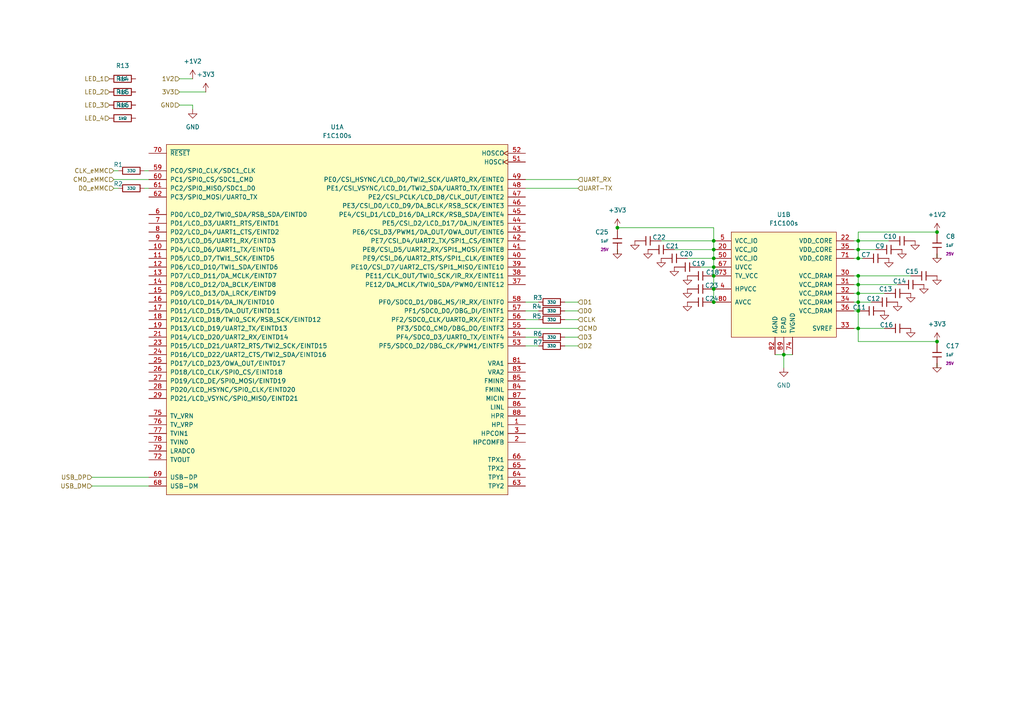
<source format=kicad_sch>
(kicad_sch (version 20250114) (generator "eeschema") (generator_version "9.0")
  (paper "A4")
  (junction (at 179.07 66.04))
  (junction (at 248.92 69.85))
  (junction (at 248.92 80.01))
  (junction (at 248.92 95.25))
  (junction (at 207.01 72.39))
  (junction (at 271.78 99.06))
  (junction (at 248.92 90.17))
  (junction (at 248.92 72.39))
  (junction (at 207.01 69.85))
  (junction (at 207.01 77.47))
  (junction (at 207.01 83.82))
  (junction (at 248.92 82.55))
  (junction (at 207.01 74.93))
  (junction (at 227.33 102.87))
  (junction (at 207.01 87.63))
  (junction (at 248.92 87.63))
  (junction (at 271.78 67.31))
  (junction (at 207.01 80.01))
  (junction (at 248.92 85.09))
  (junction (at 248.92 74.93))
  (wire (pts (xy 163.83 87.63) (xy 167.64 87.63)))
  (wire (pts (xy 163.83 97.79) (xy 167.64 97.79)))
  (wire (pts (xy 248.92 80.01) (xy 248.92 82.55)))
  (wire (pts (xy 26.67 138.43) (xy 43.18 138.43)))
  (wire (pts (xy 33.02 52.07) (xy 43.18 52.07)))
  (wire (pts (xy 152.4 100.33) (xy 156.21 100.33)))
  (wire (pts (xy 247.65 74.93) (xy 248.92 74.93)))
  (wire (pts (xy 247.65 82.55) (xy 248.92 82.55)))
  (wire (pts (xy 271.78 67.31) (xy 248.92 67.31)))
  (wire (pts (xy 41.91 49.53) (xy 43.18 49.53)))
  (wire (pts (xy 247.65 95.25) (xy 248.92 95.25)))
  (wire (pts (xy 41.91 54.61) (xy 43.18 54.61)))
  (wire (pts (xy 248.92 72.39) (xy 254 72.39)))
  (wire (pts (xy 207.01 66.04) (xy 207.01 69.85)))
  (wire (pts (xy 207.01 77.47) (xy 207.01 80.01)))
  (wire (pts (xy 152.4 97.79) (xy 156.21 97.79)))
  (wire (pts (xy 247.65 72.39) (xy 248.92 72.39)))
  (wire (pts (xy 248.92 85.09) (xy 248.92 87.63)))
  (wire (pts (xy 247.65 80.01) (xy 248.92 80.01)))
  (wire (pts (xy 248.92 67.31) (xy 248.92 69.85)))
  (wire (pts (xy 248.92 87.63) (xy 248.92 90.17)))
  (wire (pts (xy 207.01 83.82) (xy 207.01 87.63)))
  (wire (pts (xy 179.07 66.04) (xy 207.01 66.04)))
  (wire (pts (xy 33.02 54.61) (xy 34.29 54.61)))
  (wire (pts (xy 247.65 87.63) (xy 248.92 87.63)))
  (wire (pts (xy 271.78 73.66) (xy 271.78 74.93)))
  (wire (pts (xy 248.92 90.17) (xy 248.92 95.25)))
  (wire (pts (xy 248.92 82.55) (xy 260.35 82.55)))
  (wire (pts (xy 207.01 69.85) (xy 207.01 72.39)))
  (wire (pts (xy 152.4 95.25) (xy 167.64 95.25)))
  (wire (pts (xy 271.78 99.06) (xy 248.92 99.06)))
  (wire (pts (xy 248.92 69.85) (xy 248.92 72.39)))
  (wire (pts (xy 195.58 72.39) (xy 207.01 72.39)))
  (wire (pts (xy 163.83 90.17) (xy 167.64 90.17)))
  (wire (pts (xy 52.07 22.86) (xy 55.88 22.86)))
  (wire (pts (xy 248.92 85.09) (xy 256.54 85.09)))
  (wire (pts (xy 33.02 49.53) (xy 34.29 49.53)))
  (wire (pts (xy 26.67 140.97) (xy 43.18 140.97)))
  (wire (pts (xy 224.79 102.87) (xy 227.33 102.87)))
  (wire (pts (xy 55.88 31.75) (xy 55.88 30.48)))
  (wire (pts (xy 247.65 85.09) (xy 248.92 85.09)))
  (wire (pts (xy 248.92 72.39) (xy 248.92 74.93)))
  (wire (pts (xy 152.4 54.61) (xy 167.64 54.61)))
  (wire (pts (xy 247.65 69.85) (xy 248.92 69.85)))
  (wire (pts (xy 271.78 105.41) (xy 271.78 106.68)))
  (wire (pts (xy 163.83 100.33) (xy 167.64 100.33)))
  (wire (pts (xy 152.4 52.07) (xy 167.64 52.07)))
  (wire (pts (xy 248.92 69.85) (xy 257.81 69.85)))
  (wire (pts (xy 191.77 69.85) (xy 207.01 69.85)))
  (wire (pts (xy 248.92 95.25) (xy 248.92 99.06)))
  (wire (pts (xy 163.83 92.71) (xy 167.64 92.71)))
  (wire (pts (xy 52.07 26.67) (xy 59.69 26.67)))
  (wire (pts (xy 207.01 80.01) (xy 207.01 83.82)))
  (wire (pts (xy 179.07 72.39) (xy 179.07 73.66)))
  (wire (pts (xy 248.92 80.01) (xy 264.16 80.01)))
  (wire (pts (xy 199.39 74.93) (xy 207.01 74.93)))
  (wire (pts (xy 55.88 30.48) (xy 52.07 30.48)))
  (wire (pts (xy 203.2 77.47) (xy 207.01 77.47)))
  (wire (pts (xy 248.92 87.63) (xy 252.73 87.63)))
  (wire (pts (xy 227.33 102.87) (xy 229.87 102.87)))
  (wire (pts (xy 247.65 90.17) (xy 248.92 90.17)))
  (wire (pts (xy 248.92 74.93) (xy 250.19 74.93)))
  (wire (pts (xy 152.4 87.63) (xy 156.21 87.63)))
  (wire (pts (xy 248.92 82.55) (xy 248.92 85.09)))
  (wire (pts (xy 227.33 102.87) (xy 227.33 106.68)))
  (wire (pts (xy 207.01 72.39) (xy 207.01 74.93)))
  (wire (pts (xy 152.4 92.71) (xy 156.21 92.71)))
  (wire (pts (xy 248.92 95.25) (xy 256.54 95.25)))
  (wire (pts (xy 207.01 74.93) (xy 207.01 77.47)))
  (wire (pts (xy 152.4 90.17) (xy 156.21 90.17)))
  (hierarchical_label "3V3" (shape input) (at 52.07 26.67 180))
  (hierarchical_label "D0_eMMC" (shape input) (at 33.02 54.61 180))
  (hierarchical_label "GND" (shape input) (at 52.07 30.48 180))
  (hierarchical_label "D3" (shape input) (at 167.64 97.79 0))
  (hierarchical_label "CLK_eMMC" (shape input) (at 33.02 49.53 180))
  (hierarchical_label "CMD" (shape input) (at 167.64 95.25 0))
  (hierarchical_label "CMD_eMMC" (shape input) (at 33.02 52.07 180))
  (hierarchical_label "UART-TX" (shape input) (at 167.64 54.61 0))
  (hierarchical_label "UART_RX" (shape input) (at 167.64 52.07 0))
  (hierarchical_label "CLK" (shape input) (at 167.64 92.71 0))
  (hierarchical_label "LED_1" (shape input) (at 31.75 22.86 180))
  (hierarchical_label "1V2" (shape input) (at 52.07 22.86 180))
  (hierarchical_label "D1" (shape input) (at 167.64 87.63 0))
  (hierarchical_label "D0" (shape input) (at 167.64 90.17 0))
  (hierarchical_label "LED_3" (shape input) (at 31.75 30.48 180))
  (hierarchical_label "LED_2" (shape input) (at 31.75 26.67 180))
  (hierarchical_label "USB_DM" (shape input) (at 26.67 140.97 180))
  (hierarchical_label "LED_4" (shape input) (at 31.75 34.29 180))
  (hierarchical_label "D2" (shape input) (at 167.64 100.33 0))
  (hierarchical_label "USB_DP" (shape input) (at 26.67 138.43 180))
  (symbol (lib_id "power:GND") (at 265.43 69.85 0) (unit 1)
    (property "Reference" "#PWR027" (effects (hide yes)))
    (property "Value" "GND" (effects (hide yes)))
    (property "Description" "Power symbol creates a global label with name \"GND\" , ground" (effects (hide yes)))
  )
  (symbol (lib_id "PCM_JLCPCB-Capacitors:0603,100nF") (at 257.81 72.39 90) (unit 1)
    (property "Reference" "C9" (at 256.54 71.374 90) (effects (justify left)))
    (property "Value" "100nF" (effects (hide yes)))
    (property "Footprint" "PCM_JLCPCB:C_0603" (effects (hide yes)))
    (property "Datasheet" "https://www.lcsc.com/datasheet/lcsc_datasheet_2211101700_YAGEO-CC0603KRX7R9BB104_C14663.pdf" (effects (hide yes)))
    (property "Description" "50V 100nF X7R ±10% 0603 Multilayer Ceramic Capacitors MLCC - SMD/SMT ROHS" (effects (hide yes)))
    (property "LCSC" "C14663" (effects (hide yes)))
    (property "Stock" "70324515" (effects (hide yes)))
    (property "Price" "0.006USD" (effects (hide yes)))
    (property "Process" "SMT" (effects (hide yes)))
    (property "Minimum Qty" "20" (effects (hide yes)))
    (property "Attrition Qty" "10" (effects (hide yes)))
    (property "Class" "Basic Component" (effects (hide yes)))
    (property "Category" "Capacitors,Multilayer Ceramic Capacitors MLCC - SMD/SMT" (effects (hide yes)))
    (property "Manufacturer" "YAGEO" (effects (hide yes)))
    (property "Part" "CC0603KRX7R9BB104" (effects (hide yes)))
    (property "Voltage Rated" "50V" (effects (hide yes)))
    (property "Tolerance" "±10%" (effects (hide yes)))
    (property "Capacitance" "100nF" (effects (hide yes)))
    (property "Temperature Coefficient" "X7R" (effects (hide yes)))
  )
  (symbol (lib_id "power:+3V3") (at 271.78 99.06 0) (unit 1)
    (property "Reference" "#PWR035" (effects (hide yes)))
    (property "Value" "+3V3" (at 271.78 93.98 0))
    (property "Description" "Power symbol creates a global label with name \"+3V3\"" (effects (hide yes)))
  )
  (symbol (lib_id "power:GND") (at 184.15 69.85 0) (mirror y) (unit 1)
    (property "Reference" "#PWR040" (effects (hide yes)))
    (property "Value" "GND" (effects (hide yes)))
    (property "Description" "Power symbol creates a global label with name \"GND\" , ground" (effects (hide yes)))
  )
  (symbol (lib_id "PCM_JLCPCB-Capacitors:0402,1uF") (at 179.07 69.85 0) (mirror y) (unit 1)
    (property "Reference" "C25" (at 176.53 67.3099 0) (effects (justify left)))
    (property "Value" "1uF" (at 176.53 69.85 0) (effects (font (size 0.8 0.8)) (justify left)))
    (property "Footprint" "PCM_JLCPCB:C_0402" (effects (hide yes)))
    (property "Datasheet" "https://www.lcsc.com/datasheet/lcsc_datasheet_2304140030_Samsung-Electro-Mechanics-CL05A105KA5NQNC_C52923.pdf" (effects (hide yes)))
    (property "Description" "25V 1uF X5R ±10% 0402 Multilayer Ceramic Capacitors MLCC - SMD/SMT ROHS" (effects (hide yes)))
    (property "LCSC" "C52923" (effects (hide yes)))
    (property "Stock" "7021828" (effects (hide yes)))
    (property "Price" "0.006USD" (effects (hide yes)))
    (property "Process" "SMT" (effects (hide yes)))
    (property "Minimum Qty" "20" (effects (hide yes)))
    (property "Attrition Qty" "10" (effects (hide yes)))
    (property "Class" "Basic Component" (effects (hide yes)))
    (property "Category" "Capacitors,Multilayer Ceramic Capacitors MLCC - SMD/SMT" (effects (hide yes)))
    (property "Manufacturer" "Samsung Electro-Mechanics" (effects (hide yes)))
    (property "Part" "CL05A105KA5NQNC" (effects (hide yes)))
    (property "Voltage Rated" "25V" (at 176.53 72.39 0) (effects (font (size 0.8 0.8)) (justify left)))
    (property "Tolerance" "±10%" (effects (hide yes)))
    (property "Capacitance" "1uF" (effects (hide yes)))
    (property "Temperature Coefficient" "X5R" (effects (hide yes)))
  )
  (symbol (lib_id "PCM_JLCPCB-Capacitors:0603,100nF") (at 195.58 74.93 270) (mirror x) (unit 1)
    (property "Reference" "C20" (at 197.104 73.66 90) (effects (justify left)))
    (property "Value" "100nF" (effects (hide yes)))
    (property "Footprint" "PCM_JLCPCB:C_0603" (effects (hide yes)))
    (property "Datasheet" "https://www.lcsc.com/datasheet/lcsc_datasheet_2211101700_YAGEO-CC0603KRX7R9BB104_C14663.pdf" (effects (hide yes)))
    (property "Description" "50V 100nF X7R ±10% 0603 Multilayer Ceramic Capacitors MLCC - SMD/SMT ROHS" (effects (hide yes)))
    (property "LCSC" "C14663" (effects (hide yes)))
    (property "Stock" "70324515" (effects (hide yes)))
    (property "Price" "0.006USD" (effects (hide yes)))
    (property "Process" "SMT" (effects (hide yes)))
    (property "Minimum Qty" "20" (effects (hide yes)))
    (property "Attrition Qty" "10" (effects (hide yes)))
    (property "Class" "Basic Component" (effects (hide yes)))
    (property "Category" "Capacitors,Multilayer Ceramic Capacitors MLCC - SMD/SMT" (effects (hide yes)))
    (property "Manufacturer" "YAGEO" (effects (hide yes)))
    (property "Part" "CC0603KRX7R9BB104" (effects (hide yes)))
    (property "Voltage Rated" "50V" (effects (hide yes)))
    (property "Tolerance" "±10%" (effects (hide yes)))
    (property "Capacitance" "100nF" (effects (hide yes)))
    (property "Temperature Coefficient" "X7R" (effects (hide yes)))
  )
  (symbol (lib_id "PCM_JLCPCB-Resistors:0603,1kΩ") (at 35.56 26.67 90) (unit 1)
    (property "Reference" "R14" (at 35.56 22.86 90))
    (property "Value" "1kΩ" (at 35.56 26.67 90) (effects (font (size 0.8 0.8))))
    (property "Footprint" "PCM_JLCPCB:R_0603" (effects (hide yes)))
    (property "Datasheet" "https://www.lcsc.com/datasheet/lcsc_datasheet_2206010130_UNI-ROYAL-Uniroyal-Elec-0603WAF1001T5E_C21190.pdf" (effects (hide yes)))
    (property "Description" "100mW Thick Film Resistors 75V ±100ppm/°C ±1% 1kΩ 0603 Chip Resistor - Surface Mount ROHS" (effects (hide yes)))
    (property "LCSC" "C21190" (effects (hide yes)))
    (property "Stock" "27538425" (effects (hide yes)))
    (property "Price" "0.004USD" (effects (hide yes)))
    (property "Process" "SMT" (effects (hide yes)))
    (property "Minimum Qty" "20" (effects (hide yes)))
    (property "Attrition Qty" "10" (effects (hide yes)))
    (property "Class" "Basic Component" (effects (hide yes)))
    (property "Category" "Resistors,Chip Resistor - Surface Mount" (effects (hide yes)))
    (property "Manufacturer" "UNI-ROYAL(Uniroyal Elec)" (effects (hide yes)))
    (property "Part" "0603WAF1001T5E" (effects (hide yes)))
    (property "Resistance" "1kΩ" (effects (hide yes)))
    (property "Power(Watts)" "100mW" (effects (hide yes)))
    (property "Type" "Thick Film Resistors" (effects (hide yes)))
    (property "Overload Voltage (Max)" "75V" (effects (hide yes)))
    (property "Operating Temperature Range" "-55°C~+155°C" (effects (hide yes)))
    (property "Tolerance" "±1%" (effects (hide yes)))
    (property "Temperature Coefficient" "±100ppm/°C" (effects (hide yes)))
  )
  (symbol (lib_id "PCM_JLCPCB-Capacitors:0603,100nF") (at 267.97 80.01 90) (unit 1)
    (property "Reference" "C15" (at 266.446 78.74 90) (effects (justify left)))
    (property "Value" "100nF" (effects (hide yes)))
    (property "Footprint" "PCM_JLCPCB:C_0603" (effects (hide yes)))
    (property "Datasheet" "https://www.lcsc.com/datasheet/lcsc_datasheet_2211101700_YAGEO-CC0603KRX7R9BB104_C14663.pdf" (effects (hide yes)))
    (property "Description" "50V 100nF X7R ±10% 0603 Multilayer Ceramic Capacitors MLCC - SMD/SMT ROHS" (effects (hide yes)))
    (property "LCSC" "C14663" (effects (hide yes)))
    (property "Stock" "70324515" (effects (hide yes)))
    (property "Price" "0.006USD" (effects (hide yes)))
    (property "Process" "SMT" (effects (hide yes)))
    (property "Minimum Qty" "20" (effects (hide yes)))
    (property "Attrition Qty" "10" (effects (hide yes)))
    (property "Class" "Basic Component" (effects (hide yes)))
    (property "Category" "Capacitors,Multilayer Ceramic Capacitors MLCC - SMD/SMT" (effects (hide yes)))
    (property "Manufacturer" "YAGEO" (effects (hide yes)))
    (property "Part" "CC0603KRX7R9BB104" (effects (hide yes)))
    (property "Voltage Rated" "50V" (effects (hide yes)))
    (property "Tolerance" "±10%" (effects (hide yes)))
    (property "Capacitance" "100nF" (effects (hide yes)))
    (property "Temperature Coefficient" "X7R" (effects (hide yes)))
  )
  (symbol (lib_id "PCM_JLCPCB-Resistors:0603,1kΩ") (at 35.56 30.48 90) (unit 1)
    (property "Reference" "R15" (at 35.56 26.67 90))
    (property "Value" "1kΩ" (at 35.56 30.48 90) (effects (font (size 0.8 0.8))))
    (property "Footprint" "PCM_JLCPCB:R_0603" (effects (hide yes)))
    (property "Datasheet" "https://www.lcsc.com/datasheet/lcsc_datasheet_2206010130_UNI-ROYAL-Uniroyal-Elec-0603WAF1001T5E_C21190.pdf" (effects (hide yes)))
    (property "Description" "100mW Thick Film Resistors 75V ±100ppm/°C ±1% 1kΩ 0603 Chip Resistor - Surface Mount ROHS" (effects (hide yes)))
    (property "LCSC" "C21190" (effects (hide yes)))
    (property "Stock" "27538425" (effects (hide yes)))
    (property "Price" "0.004USD" (effects (hide yes)))
    (property "Process" "SMT" (effects (hide yes)))
    (property "Minimum Qty" "20" (effects (hide yes)))
    (property "Attrition Qty" "10" (effects (hide yes)))
    (property "Class" "Basic Component" (effects (hide yes)))
    (property "Category" "Resistors,Chip Resistor - Surface Mount" (effects (hide yes)))
    (property "Manufacturer" "UNI-ROYAL(Uniroyal Elec)" (effects (hide yes)))
    (property "Part" "0603WAF1001T5E" (effects (hide yes)))
    (property "Resistance" "1kΩ" (effects (hide yes)))
    (property "Power(Watts)" "100mW" (effects (hide yes)))
    (property "Type" "Thick Film Resistors" (effects (hide yes)))
    (property "Overload Voltage (Max)" "75V" (effects (hide yes)))
    (property "Operating Temperature Range" "-55°C~+155°C" (effects (hide yes)))
    (property "Tolerance" "±1%" (effects (hide yes)))
    (property "Temperature Coefficient" "±100ppm/°C" (effects (hide yes)))
  )
  (symbol (lib_id "PCM_JLCPCB-Resistors:0402,33Ω") (at 160.02 97.79 90) (unit 1)
    (property "Reference" "R6" (at 155.956 96.774 90))
    (property "Value" "33Ω" (at 160.02 97.79 90) (effects (font (size 0.8 0.8))))
    (property "Footprint" "PCM_JLCPCB:R_0402" (effects (hide yes)))
    (property "Datasheet" "https://www.lcsc.com/datasheet/lcsc_datasheet_2205311900_UNI-ROYAL-Uniroyal-Elec-0402WGF330JTCE_C25105.pdf" (effects (hide yes)))
    (property "Description" "62.5mW Thick Film Resistors 50V ±100ppm/°C ±1% 33Ω 0402 Chip Resistor - Surface Mount ROHS" (effects (hide yes)))
    (property "LCSC" "C25105" (effects (hide yes)))
    (property "Stock" "2122900" (effects (hide yes)))
    (property "Price" "0.004USD" (effects (hide yes)))
    (property "Process" "SMT" (effects (hide yes)))
    (property "Minimum Qty" "20" (effects (hide yes)))
    (property "Attrition Qty" "10" (effects (hide yes)))
    (property "Class" "Basic Component" (effects (hide yes)))
    (property "Category" "Resistors,Chip Resistor - Surface Mount" (effects (hide yes)))
    (property "Manufacturer" "UNI-ROYAL(Uniroyal Elec)" (effects (hide yes)))
    (property "Part" "0402WGF330JTCE" (effects (hide yes)))
    (property "Resistance" "33Ω" (effects (hide yes)))
    (property "Power(Watts)" "62.5mW" (effects (hide yes)))
    (property "Type" "Thick Film Resistors" (effects (hide yes)))
    (property "Overload Voltage (Max)" "50V" (effects (hide yes)))
    (property "Operating Temperature Range" "-55°C~+155°C" (effects (hide yes)))
    (property "Tolerance" "±1%" (effects (hide yes)))
    (property "Temperature Coefficient" "±100ppm/°C" (effects (hide yes)))
  )
  (symbol (lib_id "PCM_JLCPCB-Resistors:0603,1kΩ") (at 35.56 22.86 90) (unit 1)
    (property "Reference" "R13" (at 35.56 19.05 90))
    (property "Value" "1kΩ" (at 35.56 22.86 90) (effects (font (size 0.8 0.8))))
    (property "Footprint" "PCM_JLCPCB:R_0603" (effects (hide yes)))
    (property "Datasheet" "https://www.lcsc.com/datasheet/lcsc_datasheet_2206010130_UNI-ROYAL-Uniroyal-Elec-0603WAF1001T5E_C21190.pdf" (effects (hide yes)))
    (property "Description" "100mW Thick Film Resistors 75V ±100ppm/°C ±1% 1kΩ 0603 Chip Resistor - Surface Mount ROHS" (effects (hide yes)))
    (property "LCSC" "C21190" (effects (hide yes)))
    (property "Stock" "27538425" (effects (hide yes)))
    (property "Price" "0.004USD" (effects (hide yes)))
    (property "Process" "SMT" (effects (hide yes)))
    (property "Minimum Qty" "20" (effects (hide yes)))
    (property "Attrition Qty" "10" (effects (hide yes)))
    (property "Class" "Basic Component" (effects (hide yes)))
    (property "Category" "Resistors,Chip Resistor - Surface Mount" (effects (hide yes)))
    (property "Manufacturer" "UNI-ROYAL(Uniroyal Elec)" (effects (hide yes)))
    (property "Part" "0603WAF1001T5E" (effects (hide yes)))
    (property "Resistance" "1kΩ" (effects (hide yes)))
    (property "Power(Watts)" "100mW" (effects (hide yes)))
    (property "Type" "Thick Film Resistors" (effects (hide yes)))
    (property "Overload Voltage (Max)" "75V" (effects (hide yes)))
    (property "Operating Temperature Range" "-55°C~+155°C" (effects (hide yes)))
    (property "Tolerance" "±1%" (effects (hide yes)))
    (property "Temperature Coefficient" "±100ppm/°C" (effects (hide yes)))
  )
  (symbol (lib_id "linux:F1C100s") (at 96.52 92.71 0) (unit 1)
    (property "Reference" "U1" (at 97.79 36.83 0))
    (property "Value" "F1C100s" (at 97.79 39.37 0))
    (property "Footprint" "Package_DFN_QFN:ArtInChip_QFN-88-1EP_10x10mm_P0.4mm_EP6.74x6.74mm" (effects (hide yes)))
  )
  (symbol (lib_id "PCM_JLCPCB-Capacitors:0603,100nF") (at 203.2 83.82 270) (mirror x) (unit 1)
    (property "Reference" "C23" (at 204.47 82.804 90) (effects (justify left)))
    (property "Value" "100nF" (effects (hide yes)))
    (property "Footprint" "PCM_JLCPCB:C_0603" (effects (hide yes)))
    (property "Datasheet" "https://www.lcsc.com/datasheet/lcsc_datasheet_2211101700_YAGEO-CC0603KRX7R9BB104_C14663.pdf" (effects (hide yes)))
    (property "Description" "50V 100nF X7R ±10% 0603 Multilayer Ceramic Capacitors MLCC - SMD/SMT ROHS" (effects (hide yes)))
    (property "LCSC" "C14663" (effects (hide yes)))
    (property "Stock" "70324515" (effects (hide yes)))
    (property "Price" "0.006USD" (effects (hide yes)))
    (property "Process" "SMT" (effects (hide yes)))
    (property "Minimum Qty" "20" (effects (hide yes)))
    (property "Attrition Qty" "10" (effects (hide yes)))
    (property "Class" "Basic Component" (effects (hide yes)))
    (property "Category" "Capacitors,Multilayer Ceramic Capacitors MLCC - SMD/SMT" (effects (hide yes)))
    (property "Manufacturer" "YAGEO" (effects (hide yes)))
    (property "Part" "CC0603KRX7R9BB104" (effects (hide yes)))
    (property "Voltage Rated" "50V" (effects (hide yes)))
    (property "Tolerance" "±10%" (effects (hide yes)))
    (property "Capacitance" "100nF" (effects (hide yes)))
    (property "Temperature Coefficient" "X7R" (effects (hide yes)))
  )
  (symbol (lib_id "PCM_JLCPCB-Capacitors:0603,100nF") (at 260.35 95.25 90) (unit 1)
    (property "Reference" "C16" (at 259.08 94.234 90) (effects (justify left)))
    (property "Value" "100nF" (effects (hide yes)))
    (property "Footprint" "PCM_JLCPCB:C_0603" (effects (hide yes)))
    (property "Datasheet" "https://www.lcsc.com/datasheet/lcsc_datasheet_2211101700_YAGEO-CC0603KRX7R9BB104_C14663.pdf" (effects (hide yes)))
    (property "Description" "50V 100nF X7R ±10% 0603 Multilayer Ceramic Capacitors MLCC - SMD/SMT ROHS" (effects (hide yes)))
    (property "LCSC" "C14663" (effects (hide yes)))
    (property "Stock" "70324515" (effects (hide yes)))
    (property "Price" "0.006USD" (effects (hide yes)))
    (property "Process" "SMT" (effects (hide yes)))
    (property "Minimum Qty" "20" (effects (hide yes)))
    (property "Attrition Qty" "10" (effects (hide yes)))
    (property "Class" "Basic Component" (effects (hide yes)))
    (property "Category" "Capacitors,Multilayer Ceramic Capacitors MLCC - SMD/SMT" (effects (hide yes)))
    (property "Manufacturer" "YAGEO" (effects (hide yes)))
    (property "Part" "CC0603KRX7R9BB104" (effects (hide yes)))
    (property "Voltage Rated" "50V" (effects (hide yes)))
    (property "Tolerance" "±10%" (effects (hide yes)))
    (property "Capacitance" "100nF" (effects (hide yes)))
    (property "Temperature Coefficient" "X7R" (effects (hide yes)))
  )
  (symbol (lib_id "PCM_JLCPCB-Capacitors:0402,1uF") (at 271.78 71.12 0) (unit 1)
    (property "Reference" "C8" (at 274.32 68.5799 0) (effects (justify left)))
    (property "Value" "1uF" (at 274.32 71.12 0) (effects (font (size 0.8 0.8)) (justify left)))
    (property "Footprint" "PCM_JLCPCB:C_0402" (effects (hide yes)))
    (property "Datasheet" "https://www.lcsc.com/datasheet/lcsc_datasheet_2304140030_Samsung-Electro-Mechanics-CL05A105KA5NQNC_C52923.pdf" (effects (hide yes)))
    (property "Description" "25V 1uF X5R ±10% 0402 Multilayer Ceramic Capacitors MLCC - SMD/SMT ROHS" (effects (hide yes)))
    (property "LCSC" "C52923" (effects (hide yes)))
    (property "Stock" "7021828" (effects (hide yes)))
    (property "Price" "0.006USD" (effects (hide yes)))
    (property "Process" "SMT" (effects (hide yes)))
    (property "Minimum Qty" "20" (effects (hide yes)))
    (property "Attrition Qty" "10" (effects (hide yes)))
    (property "Class" "Basic Component" (effects (hide yes)))
    (property "Category" "Capacitors,Multilayer Ceramic Capacitors MLCC - SMD/SMT" (effects (hide yes)))
    (property "Manufacturer" "Samsung Electro-Mechanics" (effects (hide yes)))
    (property "Part" "CL05A105KA5NQNC" (effects (hide yes)))
    (property "Voltage Rated" "25V" (at 274.32 73.66 0) (effects (font (size 0.8 0.8)) (justify left)))
    (property "Tolerance" "±10%" (effects (hide yes)))
    (property "Capacitance" "1uF" (effects (hide yes)))
    (property "Temperature Coefficient" "X5R" (effects (hide yes)))
  )
  (symbol (lib_id "power:GND") (at 195.58 77.47 0) (mirror y) (unit 1)
    (property "Reference" "#PWR037" (effects (hide yes)))
    (property "Value" "GND" (effects (hide yes)))
    (property "Description" "Power symbol creates a global label with name \"GND\" , ground" (effects (hide yes)))
  )
  (symbol (lib_id "linux:F1C100s") (at 227.33 81.28 0) (unit 2)
    (property "Reference" "U1" (at 227.33 62.23 0))
    (property "Value" "F1C100s" (at 227.33 64.77 0))
    (property "Footprint" "Package_DFN_QFN:ArtInChip_QFN-88-1EP_10x10mm_P0.4mm_EP6.74x6.74mm" (effects (hide yes)))
  )
  (symbol (lib_id "PCM_JLCPCB-Resistors:0402,33Ω") (at 160.02 92.71 90) (unit 1)
    (property "Reference" "R5" (at 155.702 91.694 90))
    (property "Value" "33Ω" (at 160.02 92.71 90) (effects (font (size 0.8 0.8))))
    (property "Footprint" "PCM_JLCPCB:R_0402" (effects (hide yes)))
    (property "Datasheet" "https://www.lcsc.com/datasheet/lcsc_datasheet_2205311900_UNI-ROYAL-Uniroyal-Elec-0402WGF330JTCE_C25105.pdf" (effects (hide yes)))
    (property "Description" "62.5mW Thick Film Resistors 50V ±100ppm/°C ±1% 33Ω 0402 Chip Resistor - Surface Mount ROHS" (effects (hide yes)))
    (property "LCSC" "C25105" (effects (hide yes)))
    (property "Stock" "2122900" (effects (hide yes)))
    (property "Price" "0.004USD" (effects (hide yes)))
    (property "Process" "SMT" (effects (hide yes)))
    (property "Minimum Qty" "20" (effects (hide yes)))
    (property "Attrition Qty" "10" (effects (hide yes)))
    (property "Class" "Basic Component" (effects (hide yes)))
    (property "Category" "Resistors,Chip Resistor - Surface Mount" (effects (hide yes)))
    (property "Manufacturer" "UNI-ROYAL(Uniroyal Elec)" (effects (hide yes)))
    (property "Part" "0402WGF330JTCE" (effects (hide yes)))
    (property "Resistance" "33Ω" (effects (hide yes)))
    (property "Power(Watts)" "62.5mW" (effects (hide yes)))
    (property "Type" "Thick Film Resistors" (effects (hide yes)))
    (property "Overload Voltage (Max)" "50V" (effects (hide yes)))
    (property "Operating Temperature Range" "-55°C~+155°C" (effects (hide yes)))
    (property "Tolerance" "±1%" (effects (hide yes)))
    (property "Temperature Coefficient" "±100ppm/°C" (effects (hide yes)))
  )
  (symbol (lib_id "power:GND") (at 256.54 90.17 0) (unit 1)
    (property "Reference" "#PWR029" (effects (hide yes)))
    (property "Value" "GND" (effects (hide yes)))
    (property "Description" "Power symbol creates a global label with name \"GND\" , ground" (effects (hide yes)))
  )
  (symbol (lib_id "power:+1V2") (at 55.88 22.86 0) (unit 1)
    (property "Reference" "#PWR020" (effects (hide yes)))
    (property "Value" "+1V2" (at 55.88 17.78 0))
    (property "Description" "Power symbol creates a global label with name \"+1V2\"" (effects (hide yes)))
  )
  (symbol (lib_id "PCM_JLCPCB-Resistors:0603,1kΩ") (at 35.56 34.29 90) (unit 1)
    (property "Reference" "R16" (at 35.56 30.48 90))
    (property "Value" "1kΩ" (at 35.56 34.29 90) (effects (font (size 0.8 0.8))))
    (property "Footprint" "PCM_JLCPCB:R_0603" (effects (hide yes)))
    (property "Datasheet" "https://www.lcsc.com/datasheet/lcsc_datasheet_2206010130_UNI-ROYAL-Uniroyal-Elec-0603WAF1001T5E_C21190.pdf" (effects (hide yes)))
    (property "Description" "100mW Thick Film Resistors 75V ±100ppm/°C ±1% 1kΩ 0603 Chip Resistor - Surface Mount ROHS" (effects (hide yes)))
    (property "LCSC" "C21190" (effects (hide yes)))
    (property "Stock" "27538425" (effects (hide yes)))
    (property "Price" "0.004USD" (effects (hide yes)))
    (property "Process" "SMT" (effects (hide yes)))
    (property "Minimum Qty" "20" (effects (hide yes)))
    (property "Attrition Qty" "10" (effects (hide yes)))
    (property "Class" "Basic Component" (effects (hide yes)))
    (property "Category" "Resistors,Chip Resistor - Surface Mount" (effects (hide yes)))
    (property "Manufacturer" "UNI-ROYAL(Uniroyal Elec)" (effects (hide yes)))
    (property "Part" "0603WAF1001T5E" (effects (hide yes)))
    (property "Resistance" "1kΩ" (effects (hide yes)))
    (property "Power(Watts)" "100mW" (effects (hide yes)))
    (property "Type" "Thick Film Resistors" (effects (hide yes)))
    (property "Overload Voltage (Max)" "75V" (effects (hide yes)))
    (property "Operating Temperature Range" "-55°C~+155°C" (effects (hide yes)))
    (property "Tolerance" "±1%" (effects (hide yes)))
    (property "Temperature Coefficient" "±100ppm/°C" (effects (hide yes)))
  )
  (symbol (lib_id "power:GND") (at 271.78 80.01 0) (unit 1)
    (property "Reference" "#PWR033" (effects (hide yes)))
    (property "Value" "GND" (effects (hide yes)))
    (property "Description" "Power symbol creates a global label with name \"GND\" , ground" (effects (hide yes)))
  )
  (symbol (lib_id "PCM_JLCPCB-Capacitors:0603,100nF") (at 260.35 85.09 90) (unit 1)
    (property "Reference" "C13" (at 258.826 83.82 90) (effects (justify left)))
    (property "Value" "100nF" (effects (hide yes)))
    (property "Footprint" "PCM_JLCPCB:C_0603" (effects (hide yes)))
    (property "Datasheet" "https://www.lcsc.com/datasheet/lcsc_datasheet_2211101700_YAGEO-CC0603KRX7R9BB104_C14663.pdf" (effects (hide yes)))
    (property "Description" "50V 100nF X7R ±10% 0603 Multilayer Ceramic Capacitors MLCC - SMD/SMT ROHS" (effects (hide yes)))
    (property "LCSC" "C14663" (effects (hide yes)))
    (property "Stock" "70324515" (effects (hide yes)))
    (property "Price" "0.006USD" (effects (hide yes)))
    (property "Process" "SMT" (effects (hide yes)))
    (property "Minimum Qty" "20" (effects (hide yes)))
    (property "Attrition Qty" "10" (effects (hide yes)))
    (property "Class" "Basic Component" (effects (hide yes)))
    (property "Category" "Capacitors,Multilayer Ceramic Capacitors MLCC - SMD/SMT" (effects (hide yes)))
    (property "Manufacturer" "YAGEO" (effects (hide yes)))
    (property "Part" "CC0603KRX7R9BB104" (effects (hide yes)))
    (property "Voltage Rated" "50V" (effects (hide yes)))
    (property "Tolerance" "±10%" (effects (hide yes)))
    (property "Capacitance" "100nF" (effects (hide yes)))
    (property "Temperature Coefficient" "X7R" (effects (hide yes)))
  )
  (symbol (lib_id "power:GND") (at 199.39 87.63 0) (mirror y) (unit 1)
    (property "Reference" "#PWR043" (effects (hide yes)))
    (property "Value" "GND" (effects (hide yes)))
    (property "Description" "Power symbol creates a global label with name \"GND\" , ground" (effects (hide yes)))
  )
  (symbol (lib_id "PCM_JLCPCB-Resistors:0402,33Ω") (at 160.02 87.63 90) (unit 1)
    (property "Reference" "R3" (at 155.956 86.36 90))
    (property "Value" "33Ω" (at 160.02 87.63 90) (effects (font (size 0.8 0.8))))
    (property "Footprint" "PCM_JLCPCB:R_0402" (effects (hide yes)))
    (property "Datasheet" "https://www.lcsc.com/datasheet/lcsc_datasheet_2205311900_UNI-ROYAL-Uniroyal-Elec-0402WGF330JTCE_C25105.pdf" (effects (hide yes)))
    (property "Description" "62.5mW Thick Film Resistors 50V ±100ppm/°C ±1% 33Ω 0402 Chip Resistor - Surface Mount ROHS" (effects (hide yes)))
    (property "LCSC" "C25105" (effects (hide yes)))
    (property "Stock" "2122900" (effects (hide yes)))
    (property "Price" "0.004USD" (effects (hide yes)))
    (property "Process" "SMT" (effects (hide yes)))
    (property "Minimum Qty" "20" (effects (hide yes)))
    (property "Attrition Qty" "10" (effects (hide yes)))
    (property "Class" "Basic Component" (effects (hide yes)))
    (property "Category" "Resistors,Chip Resistor - Surface Mount" (effects (hide yes)))
    (property "Manufacturer" "UNI-ROYAL(Uniroyal Elec)" (effects (hide yes)))
    (property "Part" "0402WGF330JTCE" (effects (hide yes)))
    (property "Resistance" "33Ω" (effects (hide yes)))
    (property "Power(Watts)" "62.5mW" (effects (hide yes)))
    (property "Type" "Thick Film Resistors" (effects (hide yes)))
    (property "Overload Voltage (Max)" "50V" (effects (hide yes)))
    (property "Operating Temperature Range" "-55°C~+155°C" (effects (hide yes)))
    (property "Tolerance" "±1%" (effects (hide yes)))
    (property "Temperature Coefficient" "±100ppm/°C" (effects (hide yes)))
  )
  (symbol (lib_id "power:GND") (at 199.39 83.82 0) (mirror y) (unit 1)
    (property "Reference" "#PWR042" (effects (hide yes)))
    (property "Value" "GND" (effects (hide yes)))
    (property "Description" "Power symbol creates a global label with name \"GND\" , ground" (effects (hide yes)))
  )
  (symbol (lib_id "PCM_JLCPCB-Capacitors:0603,100nF") (at 191.77 72.39 270) (mirror x) (unit 1)
    (property "Reference" "C21" (at 193.04 71.374 90) (effects (justify left)))
    (property "Value" "100nF" (effects (hide yes)))
    (property "Footprint" "PCM_JLCPCB:C_0603" (effects (hide yes)))
    (property "Datasheet" "https://www.lcsc.com/datasheet/lcsc_datasheet_2211101700_YAGEO-CC0603KRX7R9BB104_C14663.pdf" (effects (hide yes)))
    (property "Description" "50V 100nF X7R ±10% 0603 Multilayer Ceramic Capacitors MLCC - SMD/SMT ROHS" (effects (hide yes)))
    (property "LCSC" "C14663" (effects (hide yes)))
    (property "Stock" "70324515" (effects (hide yes)))
    (property "Price" "0.006USD" (effects (hide yes)))
    (property "Process" "SMT" (effects (hide yes)))
    (property "Minimum Qty" "20" (effects (hide yes)))
    (property "Attrition Qty" "10" (effects (hide yes)))
    (property "Class" "Basic Component" (effects (hide yes)))
    (property "Category" "Capacitors,Multilayer Ceramic Capacitors MLCC - SMD/SMT" (effects (hide yes)))
    (property "Manufacturer" "YAGEO" (effects (hide yes)))
    (property "Part" "CC0603KRX7R9BB104" (effects (hide yes)))
    (property "Voltage Rated" "50V" (effects (hide yes)))
    (property "Tolerance" "±10%" (effects (hide yes)))
    (property "Capacitance" "100nF" (effects (hide yes)))
    (property "Temperature Coefficient" "X7R" (effects (hide yes)))
  )
  (symbol (lib_id "PCM_JLCPCB-Capacitors:0603,100nF") (at 264.16 82.55 90) (unit 1)
    (property "Reference" "C14" (at 262.89 81.534 90) (effects (justify left)))
    (property "Value" "100nF" (effects (hide yes)))
    (property "Footprint" "PCM_JLCPCB:C_0603" (effects (hide yes)))
    (property "Datasheet" "https://www.lcsc.com/datasheet/lcsc_datasheet_2211101700_YAGEO-CC0603KRX7R9BB104_C14663.pdf" (effects (hide yes)))
    (property "Description" "50V 100nF X7R ±10% 0603 Multilayer Ceramic Capacitors MLCC - SMD/SMT ROHS" (effects (hide yes)))
    (property "LCSC" "C14663" (effects (hide yes)))
    (property "Stock" "70324515" (effects (hide yes)))
    (property "Price" "0.006USD" (effects (hide yes)))
    (property "Process" "SMT" (effects (hide yes)))
    (property "Minimum Qty" "20" (effects (hide yes)))
    (property "Attrition Qty" "10" (effects (hide yes)))
    (property "Class" "Basic Component" (effects (hide yes)))
    (property "Category" "Capacitors,Multilayer Ceramic Capacitors MLCC - SMD/SMT" (effects (hide yes)))
    (property "Manufacturer" "YAGEO" (effects (hide yes)))
    (property "Part" "CC0603KRX7R9BB104" (effects (hide yes)))
    (property "Voltage Rated" "50V" (effects (hide yes)))
    (property "Tolerance" "±10%" (effects (hide yes)))
    (property "Capacitance" "100nF" (effects (hide yes)))
    (property "Temperature Coefficient" "X7R" (effects (hide yes)))
  )
  (symbol (lib_id "power:+3V3") (at 179.07 66.04 0) (mirror y) (unit 1)
    (property "Reference" "#PWR044" (effects (hide yes)))
    (property "Value" "+3V3" (at 179.07 60.96 0))
    (property "Description" "Power symbol creates a global label with name \"+3V3\"" (effects (hide yes)))
  )
  (symbol (lib_id "power:GND") (at 261.62 72.39 0) (unit 1)
    (property "Reference" "#PWR026" (effects (hide yes)))
    (property "Value" "GND" (effects (hide yes)))
    (property "Description" "Power symbol creates a global label with name \"GND\" , ground" (effects (hide yes)))
  )
  (symbol (lib_id "power:GND") (at 260.35 87.63 0) (unit 1)
    (property "Reference" "#PWR030" (effects (hide yes)))
    (property "Value" "GND" (effects (hide yes)))
    (property "Description" "Power symbol creates a global label with name \"GND\" , ground" (effects (hide yes)))
  )
  (symbol (lib_id "PCM_JLCPCB-Capacitors:0603,100nF") (at 203.2 87.63 270) (mirror x) (unit 1)
    (property "Reference" "C24" (at 204.47 86.614 90) (effects (justify left)))
    (property "Value" "100nF" (effects (hide yes)))
    (property "Footprint" "PCM_JLCPCB:C_0603" (effects (hide yes)))
    (property "Datasheet" "https://www.lcsc.com/datasheet/lcsc_datasheet_2211101700_YAGEO-CC0603KRX7R9BB104_C14663.pdf" (effects (hide yes)))
    (property "Description" "50V 100nF X7R ±10% 0603 Multilayer Ceramic Capacitors MLCC - SMD/SMT ROHS" (effects (hide yes)))
    (property "LCSC" "C14663" (effects (hide yes)))
    (property "Stock" "70324515" (effects (hide yes)))
    (property "Price" "0.006USD" (effects (hide yes)))
    (property "Process" "SMT" (effects (hide yes)))
    (property "Minimum Qty" "20" (effects (hide yes)))
    (property "Attrition Qty" "10" (effects (hide yes)))
    (property "Class" "Basic Component" (effects (hide yes)))
    (property "Category" "Capacitors,Multilayer Ceramic Capacitors MLCC - SMD/SMT" (effects (hide yes)))
    (property "Manufacturer" "YAGEO" (effects (hide yes)))
    (property "Part" "CC0603KRX7R9BB104" (effects (hide yes)))
    (property "Voltage Rated" "50V" (effects (hide yes)))
    (property "Tolerance" "±10%" (effects (hide yes)))
    (property "Capacitance" "100nF" (effects (hide yes)))
    (property "Temperature Coefficient" "X7R" (effects (hide yes)))
  )
  (symbol (lib_id "power:GND") (at 191.77 74.93 0) (mirror y) (unit 1)
    (property "Reference" "#PWR038" (effects (hide yes)))
    (property "Value" "GND" (effects (hide yes)))
    (property "Description" "Power symbol creates a global label with name \"GND\" , ground" (effects (hide yes)))
  )
  (symbol (lib_id "power:GND") (at 264.16 85.09 0) (unit 1)
    (property "Reference" "#PWR031" (effects (hide yes)))
    (property "Value" "GND" (effects (hide yes)))
    (property "Description" "Power symbol creates a global label with name \"GND\" , ground" (effects (hide yes)))
  )
  (symbol (lib_id "PCM_JLCPCB-Capacitors:0603,100nF") (at 203.2 80.01 270) (mirror x) (unit 1)
    (property "Reference" "C18" (at 204.724 78.994 90) (effects (justify left)))
    (property "Value" "100nF" (effects (hide yes)))
    (property "Footprint" "PCM_JLCPCB:C_0603" (effects (hide yes)))
    (property "Datasheet" "https://www.lcsc.com/datasheet/lcsc_datasheet_2211101700_YAGEO-CC0603KRX7R9BB104_C14663.pdf" (effects (hide yes)))
    (property "Description" "50V 100nF X7R ±10% 0603 Multilayer Ceramic Capacitors MLCC - SMD/SMT ROHS" (effects (hide yes)))
    (property "LCSC" "C14663" (effects (hide yes)))
    (property "Stock" "70324515" (effects (hide yes)))
    (property "Price" "0.006USD" (effects (hide yes)))
    (property "Process" "SMT" (effects (hide yes)))
    (property "Minimum Qty" "20" (effects (hide yes)))
    (property "Attrition Qty" "10" (effects (hide yes)))
    (property "Class" "Basic Component" (effects (hide yes)))
    (property "Category" "Capacitors,Multilayer Ceramic Capacitors MLCC - SMD/SMT" (effects (hide yes)))
    (property "Manufacturer" "YAGEO" (effects (hide yes)))
    (property "Part" "CC0603KRX7R9BB104" (effects (hide yes)))
    (property "Voltage Rated" "50V" (effects (hide yes)))
    (property "Tolerance" "±10%" (effects (hide yes)))
    (property "Capacitance" "100nF" (effects (hide yes)))
    (property "Temperature Coefficient" "X7R" (effects (hide yes)))
  )
  (symbol (lib_id "PCM_JLCPCB-Capacitors:0603,100nF") (at 256.54 87.63 90) (unit 1)
    (property "Reference" "C12" (at 255.27 86.614 90) (effects (justify left)))
    (property "Value" "100nF" (effects (hide yes)))
    (property "Footprint" "PCM_JLCPCB:C_0603" (effects (hide yes)))
    (property "Datasheet" "https://www.lcsc.com/datasheet/lcsc_datasheet_2211101700_YAGEO-CC0603KRX7R9BB104_C14663.pdf" (effects (hide yes)))
    (property "Description" "50V 100nF X7R ±10% 0603 Multilayer Ceramic Capacitors MLCC - SMD/SMT ROHS" (effects (hide yes)))
    (property "LCSC" "C14663" (effects (hide yes)))
    (property "Stock" "70324515" (effects (hide yes)))
    (property "Price" "0.006USD" (effects (hide yes)))
    (property "Process" "SMT" (effects (hide yes)))
    (property "Minimum Qty" "20" (effects (hide yes)))
    (property "Attrition Qty" "10" (effects (hide yes)))
    (property "Class" "Basic Component" (effects (hide yes)))
    (property "Category" "Capacitors,Multilayer Ceramic Capacitors MLCC - SMD/SMT" (effects (hide yes)))
    (property "Manufacturer" "YAGEO" (effects (hide yes)))
    (property "Part" "CC0603KRX7R9BB104" (effects (hide yes)))
    (property "Voltage Rated" "50V" (effects (hide yes)))
    (property "Tolerance" "±10%" (effects (hide yes)))
    (property "Capacitance" "100nF" (effects (hide yes)))
    (property "Temperature Coefficient" "X7R" (effects (hide yes)))
  )
  (symbol (lib_id "power:+1V2") (at 271.78 67.31 0) (unit 1)
    (property "Reference" "#PWR028" (effects (hide yes)))
    (property "Value" "+1V2" (at 271.78 62.23 0))
    (property "Description" "Power symbol creates a global label with name \"+1V2\"" (effects (hide yes)))
  )
  (symbol (lib_id "power:GND") (at 187.96 72.39 0) (mirror y) (unit 1)
    (property "Reference" "#PWR039" (effects (hide yes)))
    (property "Value" "GND" (effects (hide yes)))
    (property "Description" "Power symbol creates a global label with name \"GND\" , ground" (effects (hide yes)))
  )
  (symbol (lib_id "PCM_JLCPCB-Capacitors:0402,1uF") (at 271.78 102.87 0) (unit 1)
    (property "Reference" "C17" (at 274.32 100.3299 0) (effects (justify left)))
    (property "Value" "1uF" (at 274.32 102.87 0) (effects (font (size 0.8 0.8)) (justify left)))
    (property "Footprint" "PCM_JLCPCB:C_0402" (effects (hide yes)))
    (property "Datasheet" "https://www.lcsc.com/datasheet/lcsc_datasheet_2304140030_Samsung-Electro-Mechanics-CL05A105KA5NQNC_C52923.pdf" (effects (hide yes)))
    (property "Description" "25V 1uF X5R ±10% 0402 Multilayer Ceramic Capacitors MLCC - SMD/SMT ROHS" (effects (hide yes)))
    (property "LCSC" "C52923" (effects (hide yes)))
    (property "Stock" "7021828" (effects (hide yes)))
    (property "Price" "0.006USD" (effects (hide yes)))
    (property "Process" "SMT" (effects (hide yes)))
    (property "Minimum Qty" "20" (effects (hide yes)))
    (property "Attrition Qty" "10" (effects (hide yes)))
    (property "Class" "Basic Component" (effects (hide yes)))
    (property "Category" "Capacitors,Multilayer Ceramic Capacitors MLCC - SMD/SMT" (effects (hide yes)))
    (property "Manufacturer" "Samsung Electro-Mechanics" (effects (hide yes)))
    (property "Part" "CL05A105KA5NQNC" (effects (hide yes)))
    (property "Voltage Rated" "25V" (at 274.32 105.41 0) (effects (font (size 0.8 0.8)) (justify left)))
    (property "Tolerance" "±10%" (effects (hide yes)))
    (property "Capacitance" "1uF" (effects (hide yes)))
    (property "Temperature Coefficient" "X5R" (effects (hide yes)))
  )
  (symbol (lib_id "PCM_JLCPCB-Resistors:0402,33Ω") (at 38.1 49.53 90) (unit 1)
    (property "Reference" "R1" (at 34.29 47.752 90))
    (property "Value" "33Ω" (at 38.1 49.53 90) (effects (font (size 0.8 0.8))))
    (property "Footprint" "PCM_JLCPCB:R_0402" (effects (hide yes)))
    (property "Datasheet" "https://www.lcsc.com/datasheet/lcsc_datasheet_2205311900_UNI-ROYAL-Uniroyal-Elec-0402WGF330JTCE_C25105.pdf" (effects (hide yes)))
    (property "Description" "62.5mW Thick Film Resistors 50V ±100ppm/°C ±1% 33Ω 0402 Chip Resistor - Surface Mount ROHS" (effects (hide yes)))
    (property "LCSC" "C25105" (effects (hide yes)))
    (property "Stock" "2122900" (effects (hide yes)))
    (property "Price" "0.004USD" (effects (hide yes)))
    (property "Process" "SMT" (effects (hide yes)))
    (property "Minimum Qty" "20" (effects (hide yes)))
    (property "Attrition Qty" "10" (effects (hide yes)))
    (property "Class" "Basic Component" (effects (hide yes)))
    (property "Category" "Resistors,Chip Resistor - Surface Mount" (effects (hide yes)))
    (property "Manufacturer" "UNI-ROYAL(Uniroyal Elec)" (effects (hide yes)))
    (property "Part" "0402WGF330JTCE" (effects (hide yes)))
    (property "Resistance" "33Ω" (effects (hide yes)))
    (property "Power(Watts)" "62.5mW" (effects (hide yes)))
    (property "Type" "Thick Film Resistors" (effects (hide yes)))
    (property "Overload Voltage (Max)" "50V" (effects (hide yes)))
    (property "Operating Temperature Range" "-55°C~+155°C" (effects (hide yes)))
    (property "Tolerance" "±1%" (effects (hide yes)))
    (property "Temperature Coefficient" "±100ppm/°C" (effects (hide yes)))
  )
  (symbol (lib_id "power:GND") (at 271.78 73.66 0) (unit 1)
    (property "Reference" "#PWR025" (effects (hide yes)))
    (property "Value" "GND" (effects (hide yes)))
    (property "Description" "Power symbol creates a global label with name \"GND\" , ground" (effects (hide yes)))
  )
  (symbol (lib_id "power:GND") (at 264.16 95.25 0) (unit 1)
    (property "Reference" "#PWR034" (effects (hide yes)))
    (property "Value" "GND" (effects (hide yes)))
    (property "Description" "Power symbol creates a global label with name \"GND\" , ground" (effects (hide yes)))
  )
  (symbol (lib_id "power:GND") (at 257.81 74.93 0) (unit 1)
    (property "Reference" "#PWR024" (effects (hide yes)))
    (property "Value" "GND" (effects (hide yes)))
    (property "Description" "Power symbol creates a global label with name \"GND\" , ground" (effects (hide yes)))
  )
  (symbol (lib_id "power:+3V3") (at 59.69 26.67 0) (unit 1)
    (property "Reference" "#PWR021" (effects (hide yes)))
    (property "Value" "+3V3" (at 59.69 21.59 0))
    (property "Description" "Power symbol creates a global label with name \"+3V3\"" (effects (hide yes)))
  )
  (symbol (lib_id "PCM_JLCPCB-Capacitors:0603,100nF") (at 252.73 90.17 90) (unit 1)
    (property "Reference" "C11" (at 251.206 89.154 90) (effects (justify left)))
    (property "Value" "100nF" (effects (hide yes)))
    (property "Footprint" "PCM_JLCPCB:C_0603" (effects (hide yes)))
    (property "Datasheet" "https://www.lcsc.com/datasheet/lcsc_datasheet_2211101700_YAGEO-CC0603KRX7R9BB104_C14663.pdf" (effects (hide yes)))
    (property "Description" "50V 100nF X7R ±10% 0603 Multilayer Ceramic Capacitors MLCC - SMD/SMT ROHS" (effects (hide yes)))
    (property "LCSC" "C14663" (effects (hide yes)))
    (property "Stock" "70324515" (effects (hide yes)))
    (property "Price" "0.006USD" (effects (hide yes)))
    (property "Process" "SMT" (effects (hide yes)))
    (property "Minimum Qty" "20" (effects (hide yes)))
    (property "Attrition Qty" "10" (effects (hide yes)))
    (property "Class" "Basic Component" (effects (hide yes)))
    (property "Category" "Capacitors,Multilayer Ceramic Capacitors MLCC - SMD/SMT" (effects (hide yes)))
    (property "Manufacturer" "YAGEO" (effects (hide yes)))
    (property "Part" "CC0603KRX7R9BB104" (effects (hide yes)))
    (property "Voltage Rated" "50V" (effects (hide yes)))
    (property "Tolerance" "±10%" (effects (hide yes)))
    (property "Capacitance" "100nF" (effects (hide yes)))
    (property "Temperature Coefficient" "X7R" (effects (hide yes)))
  )
  (symbol (lib_id "power:GND") (at 227.33 106.68 0) (unit 1)
    (property "Reference" "#PWR023" (effects (hide yes)))
    (property "Value" "GND" (at 227.33 111.76 0))
    (property "Description" "Power symbol creates a global label with name \"GND\" , ground" (effects (hide yes)))
  )
  (symbol (lib_id "PCM_JLCPCB-Capacitors:0603,100nF") (at 187.96 69.85 270) (mirror x) (unit 1)
    (property "Reference" "C22" (at 189.23 68.834 90) (effects (justify left)))
    (property "Value" "100nF" (effects (hide yes)))
    (property "Footprint" "PCM_JLCPCB:C_0603" (effects (hide yes)))
    (property "Datasheet" "https://www.lcsc.com/datasheet/lcsc_datasheet_2211101700_YAGEO-CC0603KRX7R9BB104_C14663.pdf" (effects (hide yes)))
    (property "Description" "50V 100nF X7R ±10% 0603 Multilayer Ceramic Capacitors MLCC - SMD/SMT ROHS" (effects (hide yes)))
    (property "LCSC" "C14663" (effects (hide yes)))
    (property "Stock" "70324515" (effects (hide yes)))
    (property "Price" "0.006USD" (effects (hide yes)))
    (property "Process" "SMT" (effects (hide yes)))
    (property "Minimum Qty" "20" (effects (hide yes)))
    (property "Attrition Qty" "10" (effects (hide yes)))
    (property "Class" "Basic Component" (effects (hide yes)))
    (property "Category" "Capacitors,Multilayer Ceramic Capacitors MLCC - SMD/SMT" (effects (hide yes)))
    (property "Manufacturer" "YAGEO" (effects (hide yes)))
    (property "Part" "CC0603KRX7R9BB104" (effects (hide yes)))
    (property "Voltage Rated" "50V" (effects (hide yes)))
    (property "Tolerance" "±10%" (effects (hide yes)))
    (property "Capacitance" "100nF" (effects (hide yes)))
    (property "Temperature Coefficient" "X7R" (effects (hide yes)))
  )
  (symbol (lib_id "power:GND") (at 55.88 31.75 0) (unit 1)
    (property "Reference" "#PWR022" (effects (hide yes)))
    (property "Value" "GND" (at 55.88 36.83 0))
    (property "Description" "Power symbol creates a global label with name \"GND\" , ground" (effects (hide yes)))
  )
  (symbol (lib_id "power:GND") (at 199.39 80.01 0) (mirror y) (unit 1)
    (property "Reference" "#PWR041" (effects (hide yes)))
    (property "Value" "GND" (effects (hide yes)))
    (property "Description" "Power symbol creates a global label with name \"GND\" , ground" (effects (hide yes)))
  )
  (symbol (lib_id "power:GND") (at 271.78 105.41 0) (unit 1)
    (property "Reference" "#PWR036" (effects (hide yes)))
    (property "Value" "GND" (effects (hide yes)))
    (property "Description" "Power symbol creates a global label with name \"GND\" , ground" (effects (hide yes)))
  )
  (symbol (lib_id "PCM_JLCPCB-Capacitors:0603,100nF") (at 261.62 69.85 90) (unit 1)
    (property "Reference" "C10" (at 260.096 68.58 90) (effects (justify left)))
    (property "Value" "100nF" (effects (hide yes)))
    (property "Footprint" "PCM_JLCPCB:C_0603" (effects (hide yes)))
    (property "Datasheet" "https://www.lcsc.com/datasheet/lcsc_datasheet_2211101700_YAGEO-CC0603KRX7R9BB104_C14663.pdf" (effects (hide yes)))
    (property "Description" "50V 100nF X7R ±10% 0603 Multilayer Ceramic Capacitors MLCC - SMD/SMT ROHS" (effects (hide yes)))
    (property "LCSC" "C14663" (effects (hide yes)))
    (property "Stock" "70324515" (effects (hide yes)))
    (property "Price" "0.006USD" (effects (hide yes)))
    (property "Process" "SMT" (effects (hide yes)))
    (property "Minimum Qty" "20" (effects (hide yes)))
    (property "Attrition Qty" "10" (effects (hide yes)))
    (property "Class" "Basic Component" (effects (hide yes)))
    (property "Category" "Capacitors,Multilayer Ceramic Capacitors MLCC - SMD/SMT" (effects (hide yes)))
    (property "Manufacturer" "YAGEO" (effects (hide yes)))
    (property "Part" "CC0603KRX7R9BB104" (effects (hide yes)))
    (property "Voltage Rated" "50V" (effects (hide yes)))
    (property "Tolerance" "±10%" (effects (hide yes)))
    (property "Capacitance" "100nF" (effects (hide yes)))
    (property "Temperature Coefficient" "X7R" (effects (hide yes)))
  )
  (symbol (lib_id "PCM_JLCPCB-Capacitors:0603,100nF") (at 254 74.93 90) (unit 1)
    (property "Reference" "C7" (at 252.476 73.914 90) (effects (justify left)))
    (property "Value" "100nF" (effects (hide yes)))
    (property "Footprint" "PCM_JLCPCB:C_0603" (effects (hide yes)))
    (property "Datasheet" "https://www.lcsc.com/datasheet/lcsc_datasheet_2211101700_YAGEO-CC0603KRX7R9BB104_C14663.pdf" (effects (hide yes)))
    (property "Description" "50V 100nF X7R ±10% 0603 Multilayer Ceramic Capacitors MLCC - SMD/SMT ROHS" (effects (hide yes)))
    (property "LCSC" "C14663" (effects (hide yes)))
    (property "Stock" "70324515" (effects (hide yes)))
    (property "Price" "0.006USD" (effects (hide yes)))
    (property "Process" "SMT" (effects (hide yes)))
    (property "Minimum Qty" "20" (effects (hide yes)))
    (property "Attrition Qty" "10" (effects (hide yes)))
    (property "Class" "Basic Component" (effects (hide yes)))
    (property "Category" "Capacitors,Multilayer Ceramic Capacitors MLCC - SMD/SMT" (effects (hide yes)))
    (property "Manufacturer" "YAGEO" (effects (hide yes)))
    (property "Part" "CC0603KRX7R9BB104" (effects (hide yes)))
    (property "Voltage Rated" "50V" (effects (hide yes)))
    (property "Tolerance" "±10%" (effects (hide yes)))
    (property "Capacitance" "100nF" (effects (hide yes)))
    (property "Temperature Coefficient" "X7R" (effects (hide yes)))
  )
  (symbol (lib_id "PCM_JLCPCB-Resistors:0402,33Ω") (at 160.02 90.17 90) (unit 1)
    (property "Reference" "R4" (at 155.702 88.9 90))
    (property "Value" "33Ω" (at 160.02 90.17 90) (effects (font (size 0.8 0.8))))
    (property "Footprint" "PCM_JLCPCB:R_0402" (effects (hide yes)))
    (property "Datasheet" "https://www.lcsc.com/datasheet/lcsc_datasheet_2205311900_UNI-ROYAL-Uniroyal-Elec-0402WGF330JTCE_C25105.pdf" (effects (hide yes)))
    (property "Description" "62.5mW Thick Film Resistors 50V ±100ppm/°C ±1% 33Ω 0402 Chip Resistor - Surface Mount ROHS" (effects (hide yes)))
    (property "LCSC" "C25105" (effects (hide yes)))
    (property "Stock" "2122900" (effects (hide yes)))
    (property "Price" "0.004USD" (effects (hide yes)))
    (property "Process" "SMT" (effects (hide yes)))
    (property "Minimum Qty" "20" (effects (hide yes)))
    (property "Attrition Qty" "10" (effects (hide yes)))
    (property "Class" "Basic Component" (effects (hide yes)))
    (property "Category" "Resistors,Chip Resistor - Surface Mount" (effects (hide yes)))
    (property "Manufacturer" "UNI-ROYAL(Uniroyal Elec)" (effects (hide yes)))
    (property "Part" "0402WGF330JTCE" (effects (hide yes)))
    (property "Resistance" "33Ω" (effects (hide yes)))
    (property "Power(Watts)" "62.5mW" (effects (hide yes)))
    (property "Type" "Thick Film Resistors" (effects (hide yes)))
    (property "Overload Voltage (Max)" "50V" (effects (hide yes)))
    (property "Operating Temperature Range" "-55°C~+155°C" (effects (hide yes)))
    (property "Tolerance" "±1%" (effects (hide yes)))
    (property "Temperature Coefficient" "±100ppm/°C" (effects (hide yes)))
  )
  (symbol (lib_id "PCM_JLCPCB-Capacitors:0603,100nF") (at 199.39 77.47 270) (mirror x) (unit 1)
    (property "Reference" "C19" (at 200.66 76.454 90) (effects (justify left)))
    (property "Value" "100nF" (effects (hide yes)))
    (property "Footprint" "PCM_JLCPCB:C_0603" (effects (hide yes)))
    (property "Datasheet" "https://www.lcsc.com/datasheet/lcsc_datasheet_2211101700_YAGEO-CC0603KRX7R9BB104_C14663.pdf" (effects (hide yes)))
    (property "Description" "50V 100nF X7R ±10% 0603 Multilayer Ceramic Capacitors MLCC - SMD/SMT ROHS" (effects (hide yes)))
    (property "LCSC" "C14663" (effects (hide yes)))
    (property "Stock" "70324515" (effects (hide yes)))
    (property "Price" "0.006USD" (effects (hide yes)))
    (property "Process" "SMT" (effects (hide yes)))
    (property "Minimum Qty" "20" (effects (hide yes)))
    (property "Attrition Qty" "10" (effects (hide yes)))
    (property "Class" "Basic Component" (effects (hide yes)))
    (property "Category" "Capacitors,Multilayer Ceramic Capacitors MLCC - SMD/SMT" (effects (hide yes)))
    (property "Manufacturer" "YAGEO" (effects (hide yes)))
    (property "Part" "CC0603KRX7R9BB104" (effects (hide yes)))
    (property "Voltage Rated" "50V" (effects (hide yes)))
    (property "Tolerance" "±10%" (effects (hide yes)))
    (property "Capacitance" "100nF" (effects (hide yes)))
    (property "Temperature Coefficient" "X7R" (effects (hide yes)))
  )
  (symbol (lib_id "power:GND") (at 267.97 82.55 0) (unit 1)
    (property "Reference" "#PWR032" (effects (hide yes)))
    (property "Value" "GND" (effects (hide yes)))
    (property "Description" "Power symbol creates a global label with name \"GND\" , ground" (effects (hide yes)))
  )
  (symbol (lib_id "power:GND") (at 179.07 72.39 0) (mirror y) (unit 1)
    (property "Reference" "#PWR045" (effects (hide yes)))
    (property "Value" "GND" (effects (hide yes)))
    (property "Description" "Power symbol creates a global label with name \"GND\" , ground" (effects (hide yes)))
  )
  (symbol (lib_id "PCM_JLCPCB-Resistors:0402,33Ω") (at 38.1 54.61 90) (unit 1)
    (property "Reference" "R2" (at 34.29 53.34 90))
    (property "Value" "33Ω" (at 38.1 54.61 90) (effects (font (size 0.8 0.8))))
    (property "Footprint" "PCM_JLCPCB:R_0402" (effects (hide yes)))
    (property "Datasheet" "https://www.lcsc.com/datasheet/lcsc_datasheet_2205311900_UNI-ROYAL-Uniroyal-Elec-0402WGF330JTCE_C25105.pdf" (effects (hide yes)))
    (property "Description" "62.5mW Thick Film Resistors 50V ±100ppm/°C ±1% 33Ω 0402 Chip Resistor - Surface Mount ROHS" (effects (hide yes)))
    (property "LCSC" "C25105" (effects (hide yes)))
    (property "Stock" "2122900" (effects (hide yes)))
    (property "Price" "0.004USD" (effects (hide yes)))
    (property "Process" "SMT" (effects (hide yes)))
    (property "Minimum Qty" "20" (effects (hide yes)))
    (property "Attrition Qty" "10" (effects (hide yes)))
    (property "Class" "Basic Component" (effects (hide yes)))
    (property "Category" "Resistors,Chip Resistor - Surface Mount" (effects (hide yes)))
    (property "Manufacturer" "UNI-ROYAL(Uniroyal Elec)" (effects (hide yes)))
    (property "Part" "0402WGF330JTCE" (effects (hide yes)))
    (property "Resistance" "33Ω" (effects (hide yes)))
    (property "Power(Watts)" "62.5mW" (effects (hide yes)))
    (property "Type" "Thick Film Resistors" (effects (hide yes)))
    (property "Overload Voltage (Max)" "50V" (effects (hide yes)))
    (property "Operating Temperature Range" "-55°C~+155°C" (effects (hide yes)))
    (property "Tolerance" "±1%" (effects (hide yes)))
    (property "Temperature Coefficient" "±100ppm/°C" (effects (hide yes)))
  )
  (symbol (lib_id "PCM_JLCPCB-Resistors:0402,33Ω") (at 160.02 100.33 90) (unit 1)
    (property "Reference" "R7" (at 155.956 99.314 90))
    (property "Value" "33Ω" (at 160.02 100.33 90) (effects (font (size 0.8 0.8))))
    (property "Footprint" "PCM_JLCPCB:R_0402" (effects (hide yes)))
    (property "Datasheet" "https://www.lcsc.com/datasheet/lcsc_datasheet_2205311900_UNI-ROYAL-Uniroyal-Elec-0402WGF330JTCE_C25105.pdf" (effects (hide yes)))
    (property "Description" "62.5mW Thick Film Resistors 50V ±100ppm/°C ±1% 33Ω 0402 Chip Resistor - Surface Mount ROHS" (effects (hide yes)))
    (property "LCSC" "C25105" (effects (hide yes)))
    (property "Stock" "2122900" (effects (hide yes)))
    (property "Price" "0.004USD" (effects (hide yes)))
    (property "Process" "SMT" (effects (hide yes)))
    (property "Minimum Qty" "20" (effects (hide yes)))
    (property "Attrition Qty" "10" (effects (hide yes)))
    (property "Class" "Basic Component" (effects (hide yes)))
    (property "Category" "Resistors,Chip Resistor - Surface Mount" (effects (hide yes)))
    (property "Manufacturer" "UNI-ROYAL(Uniroyal Elec)" (effects (hide yes)))
    (property "Part" "0402WGF330JTCE" (effects (hide yes)))
    (property "Resistance" "33Ω" (effects (hide yes)))
    (property "Power(Watts)" "62.5mW" (effects (hide yes)))
    (property "Type" "Thick Film Resistors" (effects (hide yes)))
    (property "Overload Voltage (Max)" "50V" (effects (hide yes)))
    (property "Operating Temperature Range" "-55°C~+155°C" (effects (hide yes)))
    (property "Tolerance" "±1%" (effects (hide yes)))
    (property "Temperature Coefficient" "±100ppm/°C" (effects (hide yes)))
  )
)
</source>
